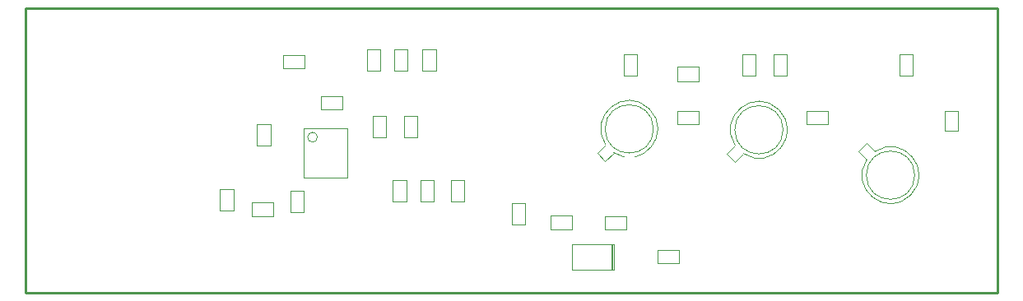
<source format=gm1>
G04 Layer_Color=16711935*
%FSLAX43Y43*%
%MOMM*%
G71*
G01*
G75*
%ADD24C,0.254*%
%ADD25C,0.100*%
%ADD26R,0.232X2.616*%
D24*
X0Y0D02*
X508D01*
X0D02*
Y29238D01*
X100000D01*
Y0D02*
Y29238D01*
X508Y0D02*
X100000D01*
X0D02*
X508D01*
X0D02*
Y29238D01*
X100000D01*
Y0D02*
Y29238D01*
X508Y0D02*
X100000D01*
D25*
X30011Y16001D02*
G03*
X30011Y16001I-500J0D01*
G01*
X77923Y16764D02*
G03*
X77923Y16764I-2485J0D01*
G01*
X73827Y14329D02*
G03*
X73000Y15157I1611J2435D01*
G01*
X64588Y16852D02*
G03*
X64588Y16852I-2485J0D01*
G01*
X60492Y14417D02*
G03*
X59665Y15245I1611J2435D01*
G01*
X91461Y12090D02*
G03*
X91461Y12090I-2485J0D01*
G01*
X86541Y13702D02*
G03*
X87369Y14528I2435J-1611D01*
G01*
X43774Y9355D02*
X45124D01*
X43774Y11555D02*
X45124D01*
X43774Y9355D02*
Y11555D01*
X45124Y9355D02*
Y11555D01*
X40599Y9355D02*
X41949D01*
X40599Y11555D02*
X41949D01*
X40599Y9355D02*
Y11555D01*
X41949Y9355D02*
Y11555D01*
X37755D02*
X39205D01*
X37755Y9355D02*
X39205D01*
Y11555D01*
X37755Y9355D02*
Y11555D01*
X50029Y7039D02*
X51379D01*
X50029Y9239D02*
X51379D01*
X50029Y7039D02*
Y9239D01*
X51379Y7039D02*
Y9239D01*
X38949Y16003D02*
X40299D01*
X38949Y18203D02*
X40299D01*
X38949Y16003D02*
Y18203D01*
X40299Y16003D02*
Y18203D01*
X35139Y22810D02*
X36489D01*
X35139Y25010D02*
X36489D01*
X35139Y22810D02*
Y25010D01*
X36489Y22810D02*
Y25010D01*
X35698Y16003D02*
X37048D01*
X35698Y18203D02*
X37048D01*
X35698Y16003D02*
Y18203D01*
X37048Y16003D02*
Y18203D01*
X40804Y25010D02*
X42254D01*
X40804Y22810D02*
X42254D01*
Y25010D01*
X40804Y22810D02*
Y25010D01*
X27265Y8264D02*
X28615D01*
X27265Y10464D02*
X28615D01*
X27265Y8264D02*
Y10464D01*
X28615Y8264D02*
Y10464D01*
X25500Y7884D02*
Y9334D01*
X23300Y7884D02*
Y9334D01*
Y7884D02*
X25500D01*
X23300Y9334D02*
X25500D01*
X19976Y8409D02*
X21426D01*
X19976Y10609D02*
X21426D01*
X19976Y8409D02*
Y10609D01*
X21426Y8409D02*
Y10609D01*
X28611Y11801D02*
Y16901D01*
X33111Y11801D02*
Y16901D01*
X28611D02*
X33111D01*
X28611Y11801D02*
X33111D01*
X23786Y15156D02*
X25236D01*
X23786Y17356D02*
X25236D01*
X23786Y15156D02*
Y17356D01*
X25236Y15156D02*
Y17356D01*
X89876Y24502D02*
X91226D01*
X89876Y22302D02*
X91226D01*
Y24502D01*
X89876Y22302D02*
Y24502D01*
X61555D02*
X62905D01*
X61555Y22302D02*
X62905D01*
Y24502D01*
X61555Y22302D02*
Y24502D01*
X80332Y17334D02*
Y18684D01*
X82532Y17334D02*
Y18684D01*
X80332D02*
X82532D01*
X80332Y17334D02*
X82532D01*
X69283Y21777D02*
Y23227D01*
X67083Y21777D02*
Y23227D01*
Y21777D02*
X69283D01*
X67083Y23227D02*
X69283D01*
X54010Y6514D02*
Y7964D01*
X56210Y6514D02*
Y7964D01*
X54010D02*
X56210D01*
X54010Y6514D02*
X56210D01*
X64974Y3008D02*
Y4358D01*
X67174Y3008D02*
Y4358D01*
X64974D02*
X67174D01*
X64974Y3008D02*
X67174D01*
X59564Y6514D02*
Y7864D01*
X61764Y6514D02*
Y7864D01*
X59564D02*
X61764D01*
X59564Y6514D02*
X61764D01*
X26475Y23074D02*
Y24424D01*
X28675Y23074D02*
Y24424D01*
X26475D02*
X28675D01*
X26475Y23074D02*
X28675D01*
X37933Y25010D02*
X39283D01*
X37933Y22810D02*
X39283D01*
Y25010D01*
X37933Y22810D02*
Y25010D01*
X30387Y18858D02*
Y20208D01*
X32587Y18858D02*
Y20208D01*
X30387D02*
X32587D01*
X30387Y18858D02*
X32587D01*
X56219Y2330D02*
X60519D01*
Y4935D01*
X56219Y2330D02*
Y4935D01*
X60519D01*
X95925Y16625D02*
Y18725D01*
X94575Y16625D02*
Y18725D01*
X95925D01*
X94575Y16625D02*
X95925D01*
X76922Y24502D02*
X78272D01*
X76922Y22302D02*
X78272D01*
Y24502D01*
X76922Y22302D02*
Y24502D01*
X73747D02*
X75097D01*
X73747Y22302D02*
X75097D01*
Y24502D01*
X73747Y22302D02*
Y24502D01*
X72972Y13474D02*
X73827Y14329D01*
X72145Y14301D02*
X72972Y13474D01*
X72145Y14301D02*
X73000Y15157D01*
X59637Y13562D02*
X60492Y14417D01*
X58810Y14389D02*
X59637Y13562D01*
X58810Y14389D02*
X59665Y15245D01*
X67083Y17359D02*
Y18709D01*
X69283Y17359D02*
Y18709D01*
X67083D02*
X69283D01*
X67083Y17359D02*
X69283D01*
X85686Y14557D02*
X86542Y13701D01*
X85686Y14557D02*
X86513Y15384D01*
X87369Y14528D01*
D26*
X60372Y3620D02*
D03*
M02*

</source>
